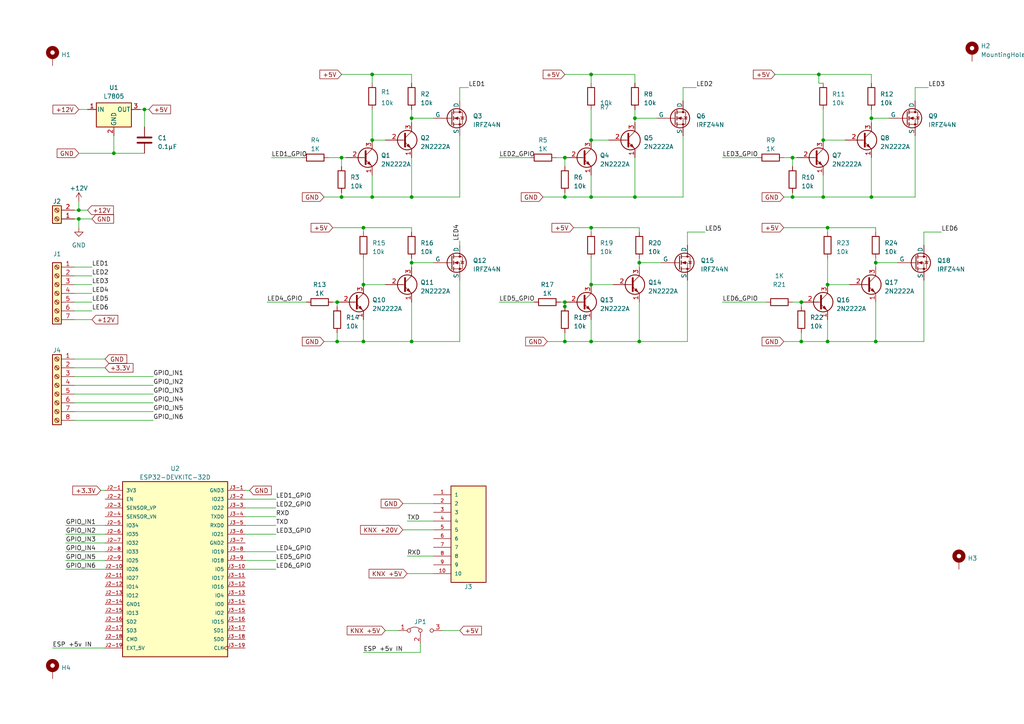
<source format=kicad_sch>
(kicad_sch (version 20230121) (generator eeschema)
  (paper "A4")
  (lib_symbols
    (symbol "826944-5:826944-5" (pin_names (offset 1.016))
      (property "Reference" "J" (at -5.58 15.24 0))
      (property "Value" "826944-5" (at -5.08 -15.24 0))
      (symbol "826944-5_0_0"
        (pin passive line (at -10.16 12.7 0) (length 5.08) (name "1") (number "1"))
        (pin passive line (at -10.16 -10.16 0) (length 5.08) (name "10") (number "10"))
        (pin passive line (at -10.16 10.16 0) (length 5.08) (name "2") (number "2"))
        (pin passive line (at -10.16 7.62 0) (length 5.08) (name "3") (number "3"))
        (pin passive line (at -10.16 5.08 0) (length 5.08) (name "4") (number "4"))
        (pin passive line (at -10.16 2.54 0) (length 5.08) (name "5") (number "5"))
        (pin passive line (at -10.16 0 0) (length 5.08) (name "6") (number "6"))
        (pin passive line (at -10.16 -2.54 0) (length 5.08) (name "7") (number "7"))
        (pin passive line (at -10.16 -5.08 0) (length 5.08) (name "8") (number "8"))
        (pin passive line (at -10.16 -7.62 0) (length 5.08) (name "9") (number "9"))
      )
    )
    (symbol "Connector:Screw_Terminal_01x02" (pin_names (offset 1.016) hide)
      (property "Reference" "J" (at 0 2.54 0))
      (property "Value" "Screw_Terminal_01x02" (at 0 -5.08 0))
      (symbol "Screw_Terminal_01x02_1_1"
        (pin passive line (at -5.08 0 0) (length 3.81) (name "Pin_1") (number "1"))
        (pin passive line (at -5.08 -2.54 0) (length 3.81) (name "Pin_2") (number "2"))
      )
    )
    (symbol "Connector:Screw_Terminal_01x07" (pin_names (offset 1.016) hide)
      (property "Reference" "J1" (at -1.27 -11.43 0))
      (symbol "Screw_Terminal_01x07_1_1"
        (pin passive line (at -5.08 -7.62 0) (length 3.81) (name "Pin_1") (number "1"))
        (pin passive line (at -5.08 -5.08 0) (length 3.81) (name "Pin_2") (number "2"))
        (pin passive line (at -5.08 -2.54 0) (length 3.81) (name "Pin_4") (number "3"))
        (pin passive line (at -5.08 0 0) (length 3.81) (name "Pin_4") (number "4"))
        (pin passive line (at -5.08 2.54 0) (length 3.81) (name "Pin_5") (number "5"))
        (pin passive line (at -5.08 5.08 0) (length 3.81) (name "Pin_6") (number "6"))
        (pin passive line (at -5.08 7.62 0) (length 3.81) (name "Pin_7") (number "7"))
      )
    )
    (symbol "Connector:Screw_Terminal_01x08" (pin_names (offset 1.016) hide)
      (property "Reference" "J4" (at 0 -12.7 0))
      (symbol "Screw_Terminal_01x08_1_1"
        (pin passive line (at -5.08 -10.16 0) (length 3.81) (name "Pin_1") (number "1"))
        (pin passive line (at -5.08 -7.62 0) (length 3.81) (name "Pin_2") (number "2"))
        (pin passive line (at -5.08 -5.08 0) (length 3.81) (name "Pin_3") (number "3"))
        (pin passive line (at -5.08 -2.54 0) (length 3.81) (name "Pin_4") (number "4"))
        (pin passive line (at -5.08 0 0) (length 3.81) (name "Pin_5") (number "5"))
        (pin passive line (at -5.08 2.54 0) (length 3.81) (name "Pin_6") (number "6"))
        (pin passive line (at -5.08 5.08 0) (length 3.81) (name "Pin_7") (number "7"))
        (pin passive line (at -5.08 7.62 0) (length 3.81) (name "Pin_8") (number "8"))
      )
    )
    (symbol "Device:C" (pin_numbers hide) (pin_names (offset 0.254))
      (property "Reference" "C" (at 0.635 2.54 0))
      (property "Value" "C" (at 0.635 -2.54 0))
      (symbol "C_1_1"
        (pin passive line (at 0 3.81 270) (length 2.794) (name "~") (number "1"))
        (pin passive line (at 0 -3.81 90) (length 2.794) (name "~") (number "2"))
      )
    )
    (symbol "Device:R" (pin_numbers hide) (pin_names (offset 0))
      (property "Reference" "R" (at 2.032 0 90))
      (property "Value" "R" (at 0 0 90))
      (symbol "R_1_1"
        (pin passive line (at 0 3.81 270) (length 1.27) (name "~") (number "1"))
        (pin passive line (at 0 -3.81 90) (length 1.27) (name "~") (number "2"))
      )
    )
    (symbol "ESP32-DEVKITC:ESP32-DEVKITC-32D" (pin_names (offset 1.016))
      (property "Reference" "U" (at -15.2572 26.0643 0))
      (property "Value" "ESP32-DEVKITC-32D" (at -15.2563 -27.9698 0))
      (symbol "ESP32-DEVKITC-32D_0_0"
        (pin power_in line (at -20.32 22.86 0) (length 5.08) (name "3V3") (number "J2-1"))
        (pin bidirectional line (at -20.32 0 0) (length 5.08) (name "IO26") (number "J2-10"))
        (pin bidirectional line (at -20.32 -2.54 0) (length 5.08) (name "IO27") (number "J2-11"))
        (pin bidirectional line (at -20.32 -5.08 0) (length 5.08) (name "IO14") (number "J2-12"))
        (pin bidirectional line (at -20.32 -7.62 0) (length 5.08) (name "IO12") (number "J2-13"))
        (pin power_in line (at -20.32 -10.16 0) (length 5.08) (name "GND1") (number "J2-14"))
        (pin bidirectional line (at -20.32 -12.7 0) (length 5.08) (name "IO13") (number "J2-15"))
        (pin bidirectional line (at -20.32 -15.24 0) (length 5.08) (name "SD2") (number "J2-16"))
        (pin bidirectional line (at -20.32 -17.78 0) (length 5.08) (name "SD3") (number "J2-17"))
        (pin bidirectional line (at -20.32 -20.32 0) (length 5.08) (name "CMD") (number "J2-18"))
        (pin power_in line (at -20.32 -22.86 0) (length 5.08) (name "EXT_5V") (number "J2-19"))
        (pin input line (at -20.32 20.32 0) (length 5.08) (name "EN") (number "J2-2"))
        (pin input line (at -20.32 17.78 0) (length 5.08) (name "SENSOR_VP") (number "J2-3"))
        (pin input line (at -20.32 15.24 0) (length 5.08) (name "SENSOR_VN") (number "J2-4"))
        (pin bidirectional line (at -20.32 12.7 0) (length 5.08) (name "IO34") (number "J2-5"))
        (pin bidirectional line (at -20.32 10.16 0) (length 5.08) (name "IO35") (number "J2-6"))
        (pin bidirectional line (at -20.32 7.62 0) (length 5.08) (name "IO32") (number "J2-7"))
        (pin bidirectional line (at -20.32 5.08 0) (length 5.08) (name "IO33") (number "J2-8"))
        (pin bidirectional line (at -20.32 2.54 0) (length 5.08) (name "IO25") (number "J2-9"))
        (pin power_in line (at 20.32 22.86 180) (length 5.08) (name "GND3") (number "J3-1"))
        (pin bidirectional line (at 20.32 0 180) (length 5.08) (name "IO5") (number "J3-10"))
        (pin bidirectional line (at 20.32 -2.54 180) (length 5.08) (name "IO17") (number "J3-11"))
        (pin bidirectional line (at 20.32 -5.08 180) (length 5.08) (name "IO16") (number "J3-12"))
        (pin bidirectional line (at 20.32 -7.62 180) (length 5.08) (name "IO4") (number "J3-13"))
        (pin bidirectional line (at 20.32 -10.16 180) (length 5.08) (name "IO0") (number "J3-14"))
        (pin bidirectional line (at 20.32 -12.7 180) (length 5.08) (name "IO2") (number "J3-15"))
        (pin bidirectional line (at 20.32 -15.24 180) (length 5.08) (name "IO15") (number "J3-16"))
        (pin bidirectional line (at 20.32 -17.78 180) (length 5.08) (name "SD1") (number "J3-17"))
        (pin bidirectional line (at 20.32 -20.32 180) (length 5.08) (name "SD0") (number "J3-18"))
        (pin input clock (at 20.32 -22.86 180) (length 5.08) (name "CLK") (number "J3-19"))
        (pin bidirectional line (at 20.32 20.32 180) (length 5.08) (name "IO23") (number "J3-2"))
        (pin bidirectional line (at 20.32 17.78 180) (length 5.08) (name "IO22") (number "J3-3"))
        (pin output line (at 20.32 15.24 180) (length 5.08) (name "TXD0") (number "J3-4"))
        (pin input line (at 20.32 12.7 180) (length 5.08) (name "RXD0") (number "J3-5"))
        (pin bidirectional line (at 20.32 10.16 180) (length 5.08) (name "IO21") (number "J3-6"))
        (pin power_in line (at 20.32 7.62 180) (length 5.08) (name "GND2") (number "J3-7"))
        (pin bidirectional line (at 20.32 5.08 180) (length 5.08) (name "IO19") (number "J3-8"))
        (pin bidirectional line (at 20.32 2.54 180) (length 5.08) (name "IO18") (number "J3-9"))
      )
    )
    (symbol "Jumper:Jumper_3_Bridged12" (pin_names (offset 0) hide)
      (property "Reference" "JP" (at -2.54 -2.54 0))
      (property "Value" "Jumper_3_Bridged12" (at 0 2.794 0))
      (symbol "Jumper_3_Bridged12_1_1"
        (pin passive line (at -6.35 0 0) (length 2.54) (name "A") (number "1"))
        (pin passive line (at 0 -3.81 90) (length 2.54) (name "C") (number "2"))
        (pin passive line (at 6.35 0 180) (length 2.54) (name "B") (number "3"))
      )
    )
    (symbol "Mechanical:MountingHole_Pad" (pin_numbers hide) (pin_names (offset 1.016) hide)
      (property "Reference" "H" (at 0 6.35 0))
      (property "Value" "MountingHole_Pad" (at 0 4.445 0))
      (symbol "MountingHole_Pad_1_1"
        (pin input line (at 0 -2.54 90) (length 2.54) (name "1") (number "1"))
      )
    )
    (symbol "NMOS_1" (pin_numbers hide) (pin_names (offset 0))
      (property "Reference" "Q3" (at 6.35 0.635 0))
      (property "Value" "IRFZ44N" (at 6.35 -1.905 0))
      (symbol "NMOS_1_1_1"
        (pin input line (at -5.08 0 0) (length 2.54) (name "G") (number "1"))
        (pin passive line (at 2.54 5.08 270) (length 2.54) (name "D") (number "2"))
        (pin passive line (at 2.54 -5.08 90) (length 2.54) (name "S") (number "3"))
      )
    )
    (symbol "NMOS_2" (pin_numbers hide) (pin_names (offset 0))
      (property "Reference" "Q6" (at 6.35 0.635 0))
      (property "Value" "IRFZ44N" (at 6.35 -1.905 0))
      (symbol "NMOS_2_1_1"
        (pin input line (at -5.08 0 0) (length 2.54) (name "G") (number "1"))
        (pin passive line (at 2.54 5.08 270) (length 2.54) (name "D") (number "2"))
        (pin passive line (at 2.54 -5.08 90) (length 2.54) (name "S") (number "3"))
      )
    )
    (symbol "NMOS_3" (pin_numbers hide) (pin_names (offset 0))
      (property "Reference" "Q9" (at 6.35 0.635 0))
      (property "Value" "IRFZ44N" (at 6.35 -1.905 0))
      (symbol "NMOS_3_1_1"
        (pin input line (at -5.08 0 0) (length 2.54) (name "G") (number "1"))
        (pin passive line (at 2.54 5.08 270) (length 2.54) (name "D") (number "2"))
        (pin passive line (at 2.54 -5.08 90) (length 2.54) (name "S") (number "3"))
      )
    )
    (symbol "NMOS_4" (pin_numbers hide) (pin_names (offset 0))
      (property "Reference" "Q12" (at 6.35 0.635 0))
      (property "Value" "IRFZ44N" (at 6.35 -1.905 0))
      (symbol "NMOS_4_1_1"
        (pin input line (at -5.08 0 0) (length 2.54) (name "G") (number "1"))
        (pin passive line (at 2.54 5.08 270) (length 2.54) (name "D") (number "2"))
        (pin passive line (at 2.54 -5.08 90) (length 2.54) (name "S") (number "3"))
      )
    )
    (symbol "NMOS_5" (pin_numbers hide) (pin_names (offset 0))
      (property "Reference" "Q15" (at 6.35 0.635 0))
      (property "Value" "IRFZ44N" (at 6.35 -1.905 0))
      (symbol "NMOS_5_1_1"
        (pin input line (at -5.08 0 0) (length 2.54) (name "G") (number "1"))
        (pin passive line (at 2.54 5.08 270) (length 2.54) (name "D") (number "2"))
        (pin passive line (at 2.54 -5.08 90) (length 2.54) (name "S") (number "3"))
      )
    )
    (symbol "Regulator_Linear:L7805" (pin_names (offset 0.254))
      (property "Reference" "U" (at -3.81 3.175 0))
      (property "Value" "L7805" (at 0 3.175 0))
      (symbol "L7805_1_1"
        (pin power_in line (at -7.62 0 0) (length 2.54) (name "IN") (number "1"))
        (pin power_in line (at 0 -7.62 90) (length 2.54) (name "GND") (number "2"))
        (pin power_out line (at 7.62 0 180) (length 2.54) (name "OUT") (number "3"))
      )
    )
    (symbol "Simulation_SPICE:NMOS" (pin_numbers hide) (pin_names (offset 0))
      (property "Reference" "Q18" (at 6.35 0.635 0))
      (property "Value" "IRFZ44N" (at 6.35 -1.905 0))
      (symbol "NMOS_1_1"
        (pin input line (at -5.08 0 0) (length 2.54) (name "G") (number "1"))
        (pin passive line (at 2.54 5.08 270) (length 2.54) (name "D") (number "2"))
        (pin passive line (at 2.54 -5.08 90) (length 2.54) (name "S") (number "3"))
      )
    )
    (symbol "Transistor_BJT:PN2222A" (pin_names (offset 0) hide)
      (property "Reference" "Q" (at 5.08 1.905 0))
      (property "Value" "PN2222A" (at 5.08 0 0))
      (symbol "PN2222A_1_1"
        (pin passive line (at 2.54 -5.08 90) (length 2.54) (name "E") (number "1"))
        (pin input line (at -5.08 0 0) (length 5.08) (name "B") (number "2"))
        (pin passive line (at 2.54 5.08 270) (length 2.54) (name "C") (number "3"))
      )
    )
    (symbol "power:+12V" (power) (pin_names (offset 0))
      (property "Value" "+12V" (at 0 3.556 0))
      (symbol "+12V_1_1"
        (pin power_in line (at 0 0 90) (length 0) hide (name "+12V") (number "1"))
      )
    )
    (symbol "power:GND" (power) (pin_names (offset 0))
      (property "Value" "GND" (at 0 -3.81 0))
      (symbol "GND_1_1"
        (pin power_in line (at 0 0 270) (length 0) hide (name "GND") (number "1"))
      )
    )
  )
  (junction (at 41.91 31.75))
  (junction (at 163.83 87.63))
  (junction (at 22.86 60.96))
  (junction (at 107.95 40.64))
  (junction (at 163.83 88.9))
  (junction (at 184.15 34.29))
  (junction (at 252.73 34.29))
  (junction (at 163.83 45.72))
  (junction (at 105.41 82.55))
  (junction (at 99.06 45.72))
  (junction (at 97.79 87.63))
  (junction (at 163.83 57.15))
  (junction (at 171.45 21.59))
  (junction (at 240.03 66.04))
  (junction (at 232.41 87.63))
  (junction (at 171.45 66.04))
  (junction (at 97.79 99.06))
  (junction (at 254 76.2))
  (junction (at 185.42 99.06))
  (junction (at 163.83 99.06))
  (junction (at 22.86 63.5))
  (junction (at 119.38 57.15))
  (junction (at 105.41 66.04))
  (junction (at 229.87 45.72))
  (junction (at 252.73 57.15))
  (junction (at 238.76 40.64))
  (junction (at 119.38 99.06))
  (junction (at 237.49 21.59))
  (junction (at 171.45 40.64))
  (junction (at 107.95 57.15))
  (junction (at 171.45 57.15))
  (junction (at 240.03 82.55))
  (junction (at 171.45 99.06))
  (junction (at 232.41 99.06))
  (junction (at 254 99.06))
  (junction (at 229.87 57.15))
  (junction (at 184.15 57.15))
  (junction (at 99.06 57.15))
  (junction (at 171.45 82.55))
  (junction (at 33.02 44.45))
  (junction (at 107.95 21.59))
  (junction (at 185.42 76.2))
  (junction (at 105.41 99.06))
  (junction (at 238.76 57.15))
  (junction (at 119.38 34.29))
  (junction (at 240.03 99.06))
  (junction (at 119.38 76.2))
  (wire (pts (xy 199.39 67.31) (xy 204.47 67.31)))
  (wire (pts (xy 252.73 31.75) (xy 252.73 34.29)))
  (wire (pts (xy 163.83 87.63) (xy 163.83 88.9)))
  (wire (pts (xy 133.35 69.85) (xy 133.35 71.12)))
  (wire (pts (xy 209.55 45.72) (xy 219.71 45.72)))
  (wire (pts (xy 240.03 82.55) (xy 246.38 82.55)))
  (wire (pts (xy 21.59 60.96) (xy 22.86 60.96)))
  (wire (pts (xy 185.42 76.2) (xy 185.42 74.93)))
  (wire (pts (xy 21.59 80.01) (xy 26.67 80.01)))
  (wire (pts (xy 107.95 40.64) (xy 111.76 40.64)))
  (wire (pts (xy 252.73 34.29) (xy 252.73 35.56)))
  (wire (pts (xy 99.06 21.59) (xy 107.95 21.59)))
  (wire (pts (xy 144.78 87.63) (xy 154.94 87.63)))
  (wire (pts (xy 237.49 21.59) (xy 252.73 21.59)))
  (wire (pts (xy 99.06 57.15) (xy 107.95 57.15)))
  (wire (pts (xy 21.59 116.84) (xy 44.45 116.84)))
  (wire (pts (xy 171.45 40.64) (xy 176.53 40.64)))
  (wire (pts (xy 184.15 57.15) (xy 184.15 45.72)))
  (wire (pts (xy 222.25 87.63) (xy 209.55 87.63)))
  (wire (pts (xy 184.15 21.59) (xy 171.45 21.59)))
  (wire (pts (xy 163.83 99.06) (xy 171.45 99.06)))
  (wire (pts (xy 41.91 31.75) (xy 43.18 31.75)))
  (wire (pts (xy 229.87 45.72) (xy 229.87 48.26)))
  (wire (pts (xy 96.52 87.63) (xy 97.79 87.63)))
  (wire (pts (xy 71.12 165.1) (xy 80.01 165.1)))
  (wire (pts (xy 119.38 21.59) (xy 119.38 24.13)))
  (wire (pts (xy 21.59 87.63) (xy 26.67 87.63)))
  (wire (pts (xy 171.45 31.75) (xy 171.45 40.64)))
  (wire (pts (xy 144.78 45.72) (xy 153.67 45.72)))
  (wire (pts (xy 232.41 99.06) (xy 240.03 99.06)))
  (wire (pts (xy 231.14 45.72) (xy 229.87 45.72)))
  (wire (pts (xy 21.59 82.55) (xy 26.67 82.55)))
  (wire (pts (xy 93.98 99.06) (xy 97.79 99.06)))
  (wire (pts (xy 238.76 57.15) (xy 252.73 57.15)))
  (wire (pts (xy 71.12 144.78) (xy 80.01 144.78)))
  (wire (pts (xy 163.83 96.52) (xy 163.83 99.06)))
  (wire (pts (xy 166.37 66.04) (xy 171.45 66.04)))
  (wire (pts (xy 240.03 74.93) (xy 240.03 82.55)))
  (wire (pts (xy 119.38 76.2) (xy 119.38 77.47)))
  (wire (pts (xy 19.05 160.02) (xy 30.48 160.02)))
  (wire (pts (xy 252.73 57.15) (xy 252.73 45.72)))
  (wire (pts (xy 267.97 67.31) (xy 267.97 71.12)))
  (wire (pts (xy 163.83 21.59) (xy 171.45 21.59)))
  (wire (pts (xy 238.76 57.15) (xy 238.76 50.8)))
  (wire (pts (xy 29.21 142.24) (xy 30.48 142.24)))
  (wire (pts (xy 119.38 99.06) (xy 119.38 87.63)))
  (wire (pts (xy 267.97 81.28) (xy 267.97 99.06)))
  (wire (pts (xy 21.59 114.3) (xy 44.45 114.3)))
  (wire (pts (xy 254 66.04) (xy 240.03 66.04)))
  (wire (pts (xy 119.38 21.59) (xy 107.95 21.59)))
  (wire (pts (xy 88.9 87.63) (xy 77.47 87.63)))
  (wire (pts (xy 237.49 21.59) (xy 237.49 24.13)))
  (wire (pts (xy 135.89 25.4) (xy 133.35 25.4)))
  (wire (pts (xy 119.38 34.29) (xy 119.38 35.56)))
  (wire (pts (xy 119.38 99.06) (xy 133.35 99.06)))
  (wire (pts (xy 41.91 31.75) (xy 41.91 36.83)))
  (wire (pts (xy 22.86 63.5) (xy 26.67 63.5)))
  (wire (pts (xy 99.06 45.72) (xy 99.06 48.26)))
  (wire (pts (xy 118.11 151.13) (xy 125.73 151.13)))
  (wire (pts (xy 190.5 34.29) (xy 184.15 34.29)))
  (wire (pts (xy 105.41 99.06) (xy 119.38 99.06)))
  (wire (pts (xy 107.95 57.15) (xy 107.95 50.8)))
  (wire (pts (xy 232.41 96.52) (xy 232.41 99.06)))
  (wire (pts (xy 257.81 34.29) (xy 252.73 34.29)))
  (wire (pts (xy 163.83 45.72) (xy 163.83 48.26)))
  (wire (pts (xy 71.12 147.32) (xy 80.01 147.32)))
  (wire (pts (xy 21.59 119.38) (xy 44.45 119.38)))
  (wire (pts (xy 267.97 67.31) (xy 273.05 67.31)))
  (wire (pts (xy 71.12 152.4) (xy 80.01 152.4)))
  (wire (pts (xy 185.42 99.06) (xy 199.39 99.06)))
  (wire (pts (xy 240.03 99.06) (xy 254 99.06)))
  (wire (pts (xy 198.12 25.4) (xy 201.93 25.4)))
  (wire (pts (xy 229.87 55.88) (xy 229.87 57.15)))
  (wire (pts (xy 157.48 57.15) (xy 163.83 57.15)))
  (wire (pts (xy 19.05 154.94) (xy 30.48 154.94)))
  (wire (pts (xy 227.33 45.72) (xy 229.87 45.72)))
  (wire (pts (xy 161.29 45.72) (xy 163.83 45.72)))
  (wire (pts (xy 171.45 21.59) (xy 171.45 24.13)))
  (wire (pts (xy 128.27 182.88) (xy 133.35 182.88)))
  (wire (pts (xy 185.42 76.2) (xy 191.77 76.2)))
  (wire (pts (xy 105.41 99.06) (xy 105.41 92.71)))
  (wire (pts (xy 158.75 99.06) (xy 163.83 99.06)))
  (wire (pts (xy 125.73 146.05) (xy 116.84 146.05)))
  (wire (pts (xy 22.86 44.45) (xy 33.02 44.45)))
  (wire (pts (xy 22.86 60.96) (xy 25.4 60.96)))
  (wire (pts (xy 162.56 87.63) (xy 163.83 87.63)))
  (wire (pts (xy 21.59 106.68) (xy 30.48 106.68)))
  (wire (pts (xy 265.43 25.4) (xy 265.43 29.21)))
  (wire (pts (xy 121.92 189.23) (xy 121.92 186.69)))
  (wire (pts (xy 71.12 142.24) (xy 72.39 142.24)))
  (wire (pts (xy 71.12 162.56) (xy 80.01 162.56)))
  (wire (pts (xy 19.05 157.48) (xy 30.48 157.48)))
  (wire (pts (xy 254 99.06) (xy 267.97 99.06)))
  (wire (pts (xy 21.59 63.5) (xy 22.86 63.5)))
  (wire (pts (xy 71.12 149.86) (xy 80.01 149.86)))
  (wire (pts (xy 185.42 76.2) (xy 185.42 77.47)))
  (wire (pts (xy 41.91 44.45) (xy 33.02 44.45)))
  (wire (pts (xy 125.73 76.2) (xy 119.38 76.2)))
  (wire (pts (xy 105.41 189.23) (xy 121.92 189.23)))
  (wire (pts (xy 185.42 66.04) (xy 185.42 67.31)))
  (wire (pts (xy 184.15 57.15) (xy 171.45 57.15)))
  (wire (pts (xy 252.73 57.15) (xy 265.43 57.15)))
  (wire (pts (xy 238.76 40.64) (xy 245.11 40.64)))
  (wire (pts (xy 184.15 21.59) (xy 184.15 24.13)))
  (wire (pts (xy 71.12 160.02) (xy 80.01 160.02)))
  (wire (pts (xy 171.45 99.06) (xy 185.42 99.06)))
  (wire (pts (xy 163.83 90.17) (xy 163.83 88.9)))
  (wire (pts (xy 116.84 153.67) (xy 125.73 153.67)))
  (wire (pts (xy 198.12 39.37) (xy 198.12 57.15)))
  (wire (pts (xy 163.83 57.15) (xy 171.45 57.15)))
  (wire (pts (xy 71.12 154.94) (xy 80.01 154.94)))
  (wire (pts (xy 240.03 66.04) (xy 240.03 67.31)))
  (wire (pts (xy 19.05 165.1) (xy 30.48 165.1)))
  (wire (pts (xy 229.87 57.15) (xy 238.76 57.15)))
  (wire (pts (xy 237.49 24.13) (xy 238.76 24.13)))
  (wire (pts (xy 21.59 109.22) (xy 44.45 109.22)))
  (wire (pts (xy 105.41 74.93) (xy 105.41 82.55)))
  (wire (pts (xy 99.06 55.88) (xy 99.06 57.15)))
  (wire (pts (xy 119.38 74.93) (xy 119.38 76.2)))
  (wire (pts (xy 119.38 57.15) (xy 119.38 45.72)))
  (wire (pts (xy 265.43 57.15) (xy 265.43 39.37)))
  (wire (pts (xy 22.86 63.5) (xy 22.86 66.04)))
  (wire (pts (xy 171.45 99.06) (xy 171.45 92.71)))
  (wire (pts (xy 118.11 161.29) (xy 125.73 161.29)))
  (wire (pts (xy 171.45 57.15) (xy 171.45 50.8)))
  (wire (pts (xy 265.43 25.4) (xy 269.24 25.4)))
  (wire (pts (xy 163.83 55.88) (xy 163.83 57.15)))
  (wire (pts (xy 78.74 45.72) (xy 87.63 45.72)))
  (wire (pts (xy 21.59 85.09) (xy 26.67 85.09)))
  (wire (pts (xy 240.03 99.06) (xy 240.03 92.71)))
  (wire (pts (xy 105.41 66.04) (xy 105.41 67.31)))
  (wire (pts (xy 119.38 66.04) (xy 119.38 67.31)))
  (wire (pts (xy 97.79 96.52) (xy 97.79 99.06)))
  (wire (pts (xy 133.35 81.28) (xy 133.35 99.06)))
  (wire (pts (xy 171.45 82.55) (xy 177.8 82.55)))
  (wire (pts (xy 227.33 57.15) (xy 229.87 57.15)))
  (wire (pts (xy 198.12 29.21) (xy 198.12 25.4)))
  (wire (pts (xy 198.12 57.15) (xy 184.15 57.15)))
  (wire (pts (xy 119.38 57.15) (xy 133.35 57.15)))
  (wire (pts (xy 119.38 31.75) (xy 119.38 34.29)))
  (wire (pts (xy 21.59 92.71) (xy 26.67 92.71)))
  (wire (pts (xy 93.98 57.15) (xy 99.06 57.15)))
  (wire (pts (xy 171.45 66.04) (xy 171.45 67.31)))
  (wire (pts (xy 224.79 21.59) (xy 237.49 21.59)))
  (wire (pts (xy 118.11 166.37) (xy 125.73 166.37)))
  (wire (pts (xy 22.86 31.75) (xy 25.4 31.75)))
  (wire (pts (xy 105.41 66.04) (xy 119.38 66.04)))
  (wire (pts (xy 95.25 45.72) (xy 99.06 45.72)))
  (wire (pts (xy 260.35 76.2) (xy 254 76.2)))
  (wire (pts (xy 254 76.2) (xy 254 77.47)))
  (wire (pts (xy 107.95 31.75) (xy 107.95 40.64)))
  (wire (pts (xy 105.41 82.55) (xy 111.76 82.55)))
  (wire (pts (xy 254 66.04) (xy 254 67.31)))
  (wire (pts (xy 96.52 66.04) (xy 105.41 66.04)))
  (wire (pts (xy 107.95 57.15) (xy 119.38 57.15)))
  (wire (pts (xy 184.15 31.75) (xy 184.15 34.29)))
  (wire (pts (xy 19.05 152.4) (xy 30.48 152.4)))
  (wire (pts (xy 97.79 87.63) (xy 97.79 88.9)))
  (wire (pts (xy 133.35 39.37) (xy 133.35 57.15)))
  (wire (pts (xy 227.33 99.06) (xy 232.41 99.06)))
  (wire (pts (xy 254 74.93) (xy 254 76.2)))
  (wire (pts (xy 22.86 58.42) (xy 22.86 60.96)))
  (wire (pts (xy 21.59 111.76) (xy 44.45 111.76)))
  (wire (pts (xy 185.42 66.04) (xy 171.45 66.04)))
  (wire (pts (xy 19.05 162.56) (xy 30.48 162.56)))
  (wire (pts (xy 40.64 31.75) (xy 41.91 31.75)))
  (wire (pts (xy 184.15 34.29) (xy 184.15 35.56)))
  (wire (pts (xy 238.76 31.75) (xy 238.76 40.64)))
  (wire (pts (xy 199.39 81.28) (xy 199.39 99.06)))
  (wire (pts (xy 185.42 99.06) (xy 185.42 87.63)))
  (wire (pts (xy 21.59 121.92) (xy 44.45 121.92)))
  (wire (pts (xy 21.59 104.14) (xy 30.48 104.14)))
  (wire (pts (xy 133.35 25.4) (xy 133.35 29.21)))
  (wire (pts (xy 21.59 90.17) (xy 26.67 90.17)))
  (wire (pts (xy 232.41 87.63) (xy 232.41 88.9)))
  (wire (pts (xy 227.33 66.04) (xy 240.03 66.04)))
  (wire (pts (xy 21.59 77.47) (xy 26.67 77.47)))
  (wire (pts (xy 199.39 67.31) (xy 199.39 71.12)))
  (wire (pts (xy 229.87 87.63) (xy 232.41 87.63)))
  (wire (pts (xy 254 99.06) (xy 254 87.63)))
  (wire (pts (xy 15.24 187.96) (xy 30.48 187.96)))
  (wire (pts (xy 99.06 45.72) (xy 100.33 45.72)))
  (wire (pts (xy 111.76 182.88) (xy 115.57 182.88)))
  (wire (pts (xy 107.95 21.59) (xy 107.95 24.13)))
  (wire (pts (xy 125.73 34.29) (xy 119.38 34.29)))
  (wire (pts (xy 171.45 74.93) (xy 171.45 82.55)))
  (wire (pts (xy 252.73 21.59) (xy 252.73 24.13)))
  (wire (pts (xy 33.02 39.37) (xy 33.02 44.45)))
  (wire (pts (xy 97.79 99.06) (xy 105.41 99.06)))
  (label "GPIO_IN1" (at 44.45 109.22 0))
  (label "LED2" (at 201.93 25.4 0))
  (label "LED2_GPIO" (at 80.01 147.32 0))
  (label "GPIO_IN3" (at 19.05 157.48 0))
  (label "TXD" (at 118.11 151.13 0))
  (label "LED6_GPIO" (at 209.55 87.63 0))
  (label "LED5" (at 204.47 67.31 0))
  (label "LED1" (at 26.67 77.47 0))
  (label "LED2_GPIO" (at 144.78 45.72 0))
  (label "LED6" (at 26.67 90.17 0))
  (label "LED5_GPIO" (at 80.01 162.56 0))
  (label "LED1_GPIO" (at 78.74 45.72 0))
  (label "LED1_GPIO" (at 80.01 144.78 0))
  (label "LED3_GPIO" (at 80.01 154.94 0))
  (label "GPIO_IN2" (at 44.45 111.76 0))
  (label "TXD" (at 80.01 152.4 0))
  (label "GPIO_IN4" (at 44.45 116.84 0))
  (label "RXD" (at 80.01 149.86 0))
  (label "LED5" (at 26.67 87.63 0))
  (label "GPIO_IN3" (at 44.45 114.3 0))
  (label "LED4" (at 26.67 85.09 0))
  (label "ESP +5v IN" (at 15.24 187.96 0))
  (label "LED6_GPIO" (at 80.01 165.1 0))
  (label "LED4_GPIO" (at 80.01 160.02 0))
  (label "LED5_GPIO" (at 144.78 87.63 0))
  (label "LED3" (at 26.67 82.55 0))
  (label "LED6" (at 273.05 67.31 0))
  (label "GPIO_IN1" (at 19.05 152.4 0))
  (label "LED2" (at 26.67 80.01 0))
  (label "ESP +5v IN" (at 105.41 189.23 0))
  (label "GPIO_IN2" (at 19.05 154.94 0))
  (label "GPIO_IN5" (at 44.45 119.38 0))
  (label "LED4_GPIO" (at 77.47 87.63 0))
  (label "GPIO_IN5" (at 19.05 162.56 0))
  (label "LED3_GPIO" (at 209.55 45.72 0))
  (label "LED1" (at 135.89 25.4 0))
  (label "LED4" (at 133.35 69.85 90))
  (label "GPIO_IN6" (at 19.05 165.1 0))
  (label "GPIO_IN4" (at 19.05 160.02 0))
  (label "RXD" (at 118.11 161.29 0))
  (label "GPIO_IN6" (at 44.45 121.92 0))
  (label "LED3" (at 269.24 25.4 0))
  (global_label "GND" (shape input) (at 26.67 63.5 0) (property "Intersheetrefs" "${INTERSHEET_REFS}" (effects hide)))
  (global_label "GND" (shape input) (at 227.33 57.15 180) (property "Intersheetrefs" "${INTERSHEET_REFS}" (effects hide)))
  (global_label "+5V" (shape input) (at 163.83 21.59 180) (property "Intersheetrefs" "${INTERSHEET_REFS}" (effects hide)))
  (global_label "+3.3V" (shape input) (at 30.48 106.68 0) (property "Intersheetrefs" "${INTERSHEET_REFS}" (effects hide)))
  (global_label "KNX +20V" (shape input) (at 116.84 153.67 180) (property "Intersheetrefs" "${INTERSHEET_REFS}" (effects hide)))
  (global_label "+12V" (shape input) (at 25.4 60.96 0) (property "Intersheetrefs" "${INTERSHEET_REFS}" (effects hide)))
  (global_label "KNX +5V" (shape input) (at 111.76 182.88 180) (property "Intersheetrefs" "${INTERSHEET_REFS}" (effects hide)))
  (global_label "+12V" (shape input) (at 26.67 92.71 0) (property "Intersheetrefs" "${INTERSHEET_REFS}" (effects hide)))
  (global_label "GND" (shape input) (at 116.84 146.05 180) (property "Intersheetrefs" "${INTERSHEET_REFS}" (effects hide)))
  (global_label "+5V" (shape input) (at 96.52 66.04 180) (property "Intersheetrefs" "${INTERSHEET_REFS}" (effects hide)))
  (global_label "GND" (shape input) (at 72.39 142.24 0) (property "Intersheetrefs" "${INTERSHEET_REFS}" (effects hide)))
  (global_label "+5V" (shape input) (at 133.35 182.88 0) (property "Intersheetrefs" "${INTERSHEET_REFS}" (effects hide)))
  (global_label "GND" (shape input) (at 22.86 44.45 180) (property "Intersheetrefs" "${INTERSHEET_REFS}" (effects hide)))
  (global_label "GND" (shape input) (at 227.33 99.06 180) (property "Intersheetrefs" "${INTERSHEET_REFS}" (effects hide)))
  (global_label "+5V" (shape input) (at 227.33 66.04 180) (property "Intersheetrefs" "${INTERSHEET_REFS}" (effects hide)))
  (global_label "KNX +5V" (shape input) (at 118.11 166.37 180) (property "Intersheetrefs" "${INTERSHEET_REFS}" (effects hide)))
  (global_label "GND" (shape input) (at 157.48 57.15 180) (property "Intersheetrefs" "${INTERSHEET_REFS}" (effects hide)))
  (global_label "+5V" (shape input) (at 166.37 66.04 180) (property "Intersheetrefs" "${INTERSHEET_REFS}" (effects hide)))
  (global_label "GND" (shape input) (at 93.98 57.15 180) (property "Intersheetrefs" "${INTERSHEET_REFS}" (effects hide)))
  (global_label "+3.3V" (shape input) (at 29.21 142.24 180) (property "Intersheetrefs" "${INTERSHEET_REFS}" (effects hide)))
  (global_label "+5V" (shape input) (at 43.18 31.75 0) (property "Intersheetrefs" "${INTERSHEET_REFS}" (effects hide)))
  (global_label "GND" (shape input) (at 30.48 104.14 0) (property "Intersheetrefs" "${INTERSHEET_REFS}" (effects hide)))
  (global_label "+5V" (shape input) (at 99.06 21.59 180) (property "Intersheetrefs" "${INTERSHEET_REFS}" (effects hide)))
  (global_label "+5V" (shape input) (at 224.79 21.59 180) (property "Intersheetrefs" "${INTERSHEET_REFS}" (effects hide)))
  (global_label "GND" (shape input) (at 158.75 99.06 180) (property "Intersheetrefs" "${INTERSHEET_REFS}" (effects hide)))
  (global_label "GND" (shape input) (at 93.98 99.06 180) (property "Intersheetrefs" "${INTERSHEET_REFS}" (effects hide)))
  (global_label "+12V" (shape input) (at 22.86 31.75 180) (property "Intersheetrefs" "${INTERSHEET_REFS}" (effects hide)))
  (symbol (lib_id "Transistor_BJT:PN2222A") (at 168.91 45.72 0) (unit 1)
    (property "Reference" "Q4" (at 173.99 45.085 0) (effects (justify left)))
    (property "Value" "2N2222A" (at 173.99 47.625 0) (effects (justify left)))
    (property "Footprint" "Package_TO_SOT_THT:TO-92_Inline" (effects hide))
    (property "Datasheet" "https://www.onsemi.com/pub/Collateral/PN2222-D.PDF" (effects hide))
  )
  (symbol (lib_name "NMOS_1") (lib_id "Simulation_SPICE:NMOS") (at 130.81 34.29 0) (unit 1)
    (property "Reference" "Q3" (at 137.16 33.655 0) (effects (justify left)))
    (property "Value" "IRFZ44N" (at 137.16 36.195 0) (effects (justify left)))
    (property "Footprint" "Package_TO_SOT_THT:TO-220-3_Vertical" (effects hide))
    (property "Datasheet" "https://ngspice.sourceforge.io/docs/ngspice-manual.pdf" (effects hide))
    (property "Sim.Device" "NMOS" (effects hide))
    (property "Sim.Type" "VDMOS" (effects hide))
    (property "Sim.Pins" "1=D 2=G 3=S" (effects hide))
  )
  (symbol (lib_id "Device:R") (at 163.83 52.07 0) (unit 1)
    (property "Reference" "R6" (at 166.37 51.435 0) (effects (justify left)))
    (property "Value" "10k" (at 166.37 53.975 0) (effects (justify left)))
    (property "Footprint" "Resistor_THT:R_Axial_DIN0411_L9.9mm_D3.6mm_P12.70mm_Horizontal" (effects hide))
  )
  (symbol (lib_id "Transistor_BJT:PN2222A") (at 102.87 87.63 0) (unit 1)
    (property "Reference" "Q10" (at 107.95 86.995 0) (effects (justify left)))
    (property "Value" "2N2222A" (at 107.95 89.535 0) (effects (justify left)))
    (property "Footprint" "Package_TO_SOT_THT:TO-92_Inline" (effects hide))
    (property "Datasheet" "https://www.onsemi.com/pub/Collateral/PN2222-D.PDF" (effects hide))
  )
  (symbol (lib_id "Connector:Screw_Terminal_01x02") (at 16.51 63.5 180) (unit 1)
    (property "Reference" "J2" (at 16.51 58.42 0))
    (property "Value" "Screw_Terminal_01x02" (effects hide))
    (property "Footprint" "TerminalBlock:TerminalBlock_Altech_AK300-2_P5.00mm" (effects hide))
  )
  (symbol (lib_id "Transistor_BJT:PN2222A") (at 250.19 40.64 0) (unit 1)
    (property "Reference" "Q8" (at 255.27 40.005 0) (effects (justify left)))
    (property "Value" "2N2222A" (at 255.27 42.545 0) (effects (justify left)))
    (property "Footprint" "Package_TO_SOT_THT:TO-92_Inline" (effects hide))
    (property "Datasheet" "https://www.onsemi.com/pub/Collateral/PN2222-D.PDF" (effects hide))
  )
  (symbol (lib_id "Device:C") (at 41.91 40.64 0) (unit 1)
    (property "Reference" "C1" (at 45.72 40.005 0) (effects (justify left)))
    (property "Value" "0.1μF" (at 45.72 42.545 0) (effects (justify left)))
    (property "Footprint" "Capacitor_THT:CP_Radial_D4.0mm_P1.50mm" (effects hide))
  )
  (symbol (lib_id "Device:R") (at 119.38 27.94 0) (unit 1)
    (property "Reference" "R2" (at 121.92 27.305 0) (effects (justify left)))
    (property "Value" "10k" (at 121.92 29.845 0) (effects (justify left)))
    (property "Footprint" "Resistor_THT:R_Axial_DIN0411_L9.9mm_D3.6mm_P12.70mm_Horizontal" (effects hide))
  )
  (symbol (lib_id "Mechanical:MountingHole_Pad") (at 15.24 16.51 0) (unit 1) (in_bom no)
    (property "Reference" "H1" (at 17.78 15.875 0) (effects (justify left)))
    (property "Value" "MountingHole_Pad" (effects hide))
    (property "Footprint" "MountingHole:MountingHole_3mm_Pad" (effects hide))
  )
  (symbol (lib_id "Device:R") (at 226.06 87.63 270) (unit 1)
    (property "Reference" "R21" (at 226.06 82.55 90))
    (property "Value" "1K" (at 226.06 80.01 90))
    (property "Footprint" "Resistor_THT:R_Axial_DIN0411_L9.9mm_D3.6mm_P12.70mm_Horizontal" (effects hide))
  )
  (symbol (lib_id "Transistor_BJT:PN2222A") (at 116.84 40.64 0) (unit 1)
    (property "Reference" "Q2" (at 121.92 40.005 0) (effects (justify left)))
    (property "Value" "2N2222A" (at 121.92 42.545 0) (effects (justify left)))
    (property "Footprint" "Package_TO_SOT_THT:TO-92_Inline" (effects hide))
    (property "Datasheet" "https://www.onsemi.com/pub/Collateral/PN2222-D.PDF" (effects hide))
  )
  (symbol (lib_id "Simulation_SPICE:NMOS") (at 265.43 76.2 0) (unit 1)
    (property "Reference" "Q18" (at 271.78 75.565 0) (effects (justify left)))
    (property "Value" "IRFZ44N" (at 271.78 78.105 0) (effects (justify left)))
    (property "Footprint" "Package_TO_SOT_THT:TO-220-3_Vertical" (effects hide))
    (property "Datasheet" "https://ngspice.sourceforge.io/docs/ngspice-manual.pdf" (effects hide))
    (property "Sim.Device" "NMOS" (effects hide))
    (property "Sim.Type" "VDMOS" (effects hide))
    (property "Sim.Pins" "1=D 2=G 3=S" (effects hide))
  )
  (symbol (lib_id "Transistor_BJT:PN2222A") (at 236.22 45.72 0) (unit 1)
    (property "Reference" "Q7" (at 241.3 45.085 0) (effects (justify left)))
    (property "Value" "2N2222A" (at 241.3 47.625 0) (effects (justify left)))
    (property "Footprint" "Package_TO_SOT_THT:TO-92_Inline" (effects hide))
    (property "Datasheet" "https://www.onsemi.com/pub/Collateral/PN2222-D.PDF" (effects hide))
  )
  (symbol (lib_id "Device:R") (at 119.38 71.12 0) (unit 1)
    (property "Reference" "R16" (at 121.92 70.485 0) (effects (justify left)))
    (property "Value" "10k" (at 121.92 73.025 0) (effects (justify left)))
    (property "Footprint" "Resistor_THT:R_Axial_DIN0411_L9.9mm_D3.6mm_P12.70mm_Horizontal" (effects hide))
  )
  (symbol (lib_id "Device:R") (at 252.73 27.94 0) (unit 1)
    (property "Reference" "R12" (at 255.27 27.305 0) (effects (justify left)))
    (property "Value" "10k" (at 255.27 29.845 0) (effects (justify left)))
    (property "Footprint" "Resistor_THT:R_Axial_DIN0411_L9.9mm_D3.6mm_P12.70mm_Horizontal" (effects hide))
  )
  (symbol (lib_id "Transistor_BJT:PN2222A") (at 116.84 82.55 0) (unit 1)
    (property "Reference" "Q11" (at 121.92 81.915 0) (effects (justify left)))
    (property "Value" "2N2222A" (at 121.92 84.455 0) (effects (justify left)))
    (property "Footprint" "Package_TO_SOT_THT:TO-92_Inline" (effects hide))
    (property "Datasheet" "https://www.onsemi.com/pub/Collateral/PN2222-D.PDF" (effects hide))
  )
  (symbol (lib_id "Device:R") (at 107.95 27.94 0) (unit 1)
    (property "Reference" "R1" (at 110.49 26.67 0) (effects (justify left)))
    (property "Value" "10k" (at 110.49 29.845 0) (effects (justify left)))
    (property "Footprint" "Resistor_THT:R_Axial_DIN0411_L9.9mm_D3.6mm_P12.70mm_Horizontal" (effects hide))
  )
  (symbol (lib_id "Mechanical:MountingHole_Pad") (at 15.24 194.31 0) (unit 1) (in_bom no)
    (property "Reference" "H4" (at 17.78 193.675 0) (effects (justify left)))
    (property "Value" "MountingHole_Pad" (effects hide))
    (property "Footprint" "MountingHole:MountingHole_3mm_Pad" (effects hide))
  )
  (symbol (lib_name "NMOS_4") (lib_id "Simulation_SPICE:NMOS") (at 130.81 76.2 0) (unit 1)
    (property "Reference" "Q12" (at 137.16 75.565 0) (effects (justify left)))
    (property "Value" "IRFZ44N" (at 137.16 78.105 0) (effects (justify left)))
    (property "Footprint" "Package_TO_SOT_THT:TO-220-3_Vertical" (effects hide))
    (property "Datasheet" "https://ngspice.sourceforge.io/docs/ngspice-manual.pdf" (effects hide))
    (property "Sim.Device" "NMOS" (effects hide))
    (property "Sim.Type" "VDMOS" (effects hide))
    (property "Sim.Pins" "1=D 2=G 3=S" (effects hide))
  )
  (symbol (lib_id "Transistor_BJT:PN2222A") (at 182.88 82.55 0) (unit 1)
    (property "Reference" "Q14" (at 187.96 81.915 0) (effects (justify left)))
    (property "Value" "2N2222A" (at 187.96 84.455 0) (effects (justify left)))
    (property "Footprint" "Package_TO_SOT_THT:TO-92_Inline" (effects hide))
    (property "Datasheet" "https://www.onsemi.com/pub/Collateral/PN2222-D.PDF" (effects hide))
  )
  (symbol (lib_id "Device:R") (at 97.79 92.71 0) (unit 1)
    (property "Reference" "R14" (at 100.33 92.075 0) (effects (justify left)))
    (property "Value" "10k" (at 100.33 94.615 0) (effects (justify left)))
    (property "Footprint" "Resistor_THT:R_Axial_DIN0411_L9.9mm_D3.6mm_P12.70mm_Horizontal" (effects hide))
  )
  (symbol (lib_id "Device:R") (at 163.83 92.71 0) (unit 1)
    (property "Reference" "R18" (at 166.37 92.075 0) (effects (justify left)))
    (property "Value" "10k" (at 166.37 94.615 0) (effects (justify left)))
    (property "Footprint" "Resistor_THT:R_Axial_DIN0411_L9.9mm_D3.6mm_P12.70mm_Horizontal" (effects hide))
  )
  (symbol (lib_id "Transistor_BJT:PN2222A") (at 237.49 87.63 0) (unit 1)
    (property "Reference" "Q16" (at 242.57 86.995 0) (effects (justify left)))
    (property "Value" "2N2222A" (at 242.57 89.535 0) (effects (justify left)))
    (property "Footprint" "Package_TO_SOT_THT:TO-92_Inline" (effects hide))
    (property "Datasheet" "https://www.onsemi.com/pub/Collateral/PN2222-D.PDF" (effects hide))
  )
  (symbol (lib_id "Device:R") (at 92.71 87.63 270) (unit 1)
    (property "Reference" "R13" (at 92.71 82.55 90))
    (property "Value" "1K" (at 92.71 85.09 90))
    (property "Footprint" "Resistor_THT:R_Axial_DIN0411_L9.9mm_D3.6mm_P12.70mm_Horizontal" (effects hide))
  )
  (symbol (lib_id "Transistor_BJT:PN2222A") (at 181.61 40.64 0) (unit 1)
    (property "Reference" "Q5" (at 186.69 40.005 0) (effects (justify left)))
    (property "Value" "2N2222A" (at 186.69 42.545 0) (effects (justify left)))
    (property "Footprint" "Package_TO_SOT_THT:TO-92_Inline" (effects hide))
    (property "Datasheet" "https://www.onsemi.com/pub/Collateral/PN2222-D.PDF" (effects hide))
  )
  (symbol (lib_id "Transistor_BJT:PN2222A") (at 105.41 45.72 0) (unit 1)
    (property "Reference" "Q1" (at 110.49 45.085 0) (effects (justify left)))
    (property "Value" "2N2222A" (at 110.49 47.625 0) (effects (justify left)))
    (property "Footprint" "Package_TO_SOT_THT:TO-92_Inline" (effects hide))
    (property "Datasheet" "https://www.onsemi.com/pub/Collateral/PN2222-D.PDF" (effects hide))
  )
  (symbol (lib_id "Device:R") (at 254 71.12 0) (unit 1)
    (property "Reference" "R24" (at 256.54 70.485 0) (effects (justify left)))
    (property "Value" "10k" (at 256.54 73.025 0) (effects (justify left)))
    (property "Footprint" "Resistor_THT:R_Axial_DIN0411_L9.9mm_D3.6mm_P12.70mm_Horizontal" (effects hide))
  )
  (symbol (lib_id "826944-5:826944-5") (at 135.89 156.21 0) (unit 1)
    (property "Reference" "J3" (at 134.62 170.18 0) (effects (justify left)))
    (property "Value" "KNX-IN" (effects hide))
    (property "Footprint" "Connector_PinHeader_2.54mm:PinHeader_2x05_P2.54mm_Vertical" (effects hide))
    (property "Product_Type" "Connector" (effects hide))
    (property "Comment" "826944-5" (effects hide))
    (property "EU_RoHS_Compliance" "Compliant" (effects hide))
    (property "Centerline_Pitch" "2.54 mm[.1 in]" (effects hide))
    (property "Number_of_Positions" "10" (effects hide))
    (property "Doku Module" "https://www.konnekting.de/konnekting-lernen/l1-knx-mit-arduino/" (effects hide))
  )
  (symbol (lib_id "Device:R") (at 171.45 71.12 0) (unit 1)
    (property "Reference" "R19" (at 173.99 70.485 0) (effects (justify left)))
    (property "Value" "10k" (at 173.99 73.025 0) (effects (justify left)))
    (property "Footprint" "Resistor_THT:R_Axial_DIN0411_L9.9mm_D3.6mm_P12.70mm_Horizontal" (effects hide))
  )
  (symbol (lib_id "ESP32-DEVKITC:ESP32-DEVKITC-32D") (at 50.8 165.1 0) (unit 1)
    (property "Reference" "U2" (at 50.8 135.89 0))
    (property "Value" "ESP32-DEVKITC-32D" (at 50.8 138.43 0))
    (property "Footprint" "MODULE_ESP32-DEVKITC-32D" (effects hide))
    (property "MANUFACTURER" "Espressif Systems" (effects hide))
    (property "PARTREV" "V4" (effects hide))
    (property "STANDARD" "Manufacturer Recommendations" (effects hide))
    (property "SNAPEDA_PN" "ESP32-DEVKITC-32D" (effects hide))
    (property "MAXIMUM_PACKAGE_HEIGHT" "N/A" (effects hide))
  )
  (symbol (lib_id "Regulator_Linear:L7805") (at 33.02 31.75 0) (unit 1)
    (property "Reference" "U1" (at 33.02 25.4 0))
    (property "Value" "L7805" (at 33.02 27.94 0))
    (property "Footprint" "Package_TO_SOT_THT:TO-220-3_Vertical" (effects hide))
    (property "Datasheet" "http://www.st.com/content/ccc/resource/technical/document/datasheet/41/4f/b3/b0/12/d4/47/88/CD00000444.pdf/files/CD00000444.pdf/jcr:content/translations/en.CD00000444.pdf" (effects hide))
  )
  (symbol (lib_id "Device:R") (at 171.45 27.94 0) (unit 1)
    (property "Reference" "R7" (at 173.99 31.115 0) (effects (justify left)))
    (property "Value" "10k" (at 173.99 29.845 0) (effects (justify left)))
    (property "Footprint" "Resistor_THT:R_Axial_DIN0411_L9.9mm_D3.6mm_P12.70mm_Horizontal" (effects hide))
  )
  (symbol (lib_id "Device:R") (at 91.44 45.72 270) (unit 1)
    (property "Reference" "R4" (at 91.44 40.64 90))
    (property "Value" "1K" (at 91.44 43.18 90))
    (property "Footprint" "Resistor_THT:R_Axial_DIN0411_L9.9mm_D3.6mm_P12.70mm_Horizontal" (effects hide))
  )
  (symbol (lib_id "Device:R") (at 229.87 52.07 0) (unit 1)
    (property "Reference" "R10" (at 232.41 51.435 0) (effects (justify left)))
    (property "Value" "10k" (at 232.41 53.975 0) (effects (justify left)))
    (property "Footprint" "Resistor_THT:R_Axial_DIN0411_L9.9mm_D3.6mm_P12.70mm_Horizontal" (effects hide))
  )
  (symbol (lib_name "NMOS_5") (lib_id "Simulation_SPICE:NMOS") (at 196.85 76.2 0) (unit 1)
    (property "Reference" "Q15" (at 203.2 75.565 0) (effects (justify left)))
    (property "Value" "IRFZ44N" (at 203.2 78.105 0) (effects (justify left)))
    (property "Footprint" "Package_TO_SOT_THT:TO-220-3_Vertical" (effects hide))
    (property "Datasheet" "https://ngspice.sourceforge.io/docs/ngspice-manual.pdf" (effects hide))
    (property "Sim.Device" "NMOS" (effects hide))
    (property "Sim.Type" "VDMOS" (effects hide))
    (property "Sim.Pins" "1=D 2=G 3=S" (effects hide))
  )
  (symbol (lib_id "Device:R") (at 184.15 27.94 0) (unit 1)
    (property "Reference" "R8" (at 186.69 27.305 0) (effects (justify left)))
    (property "Value" "10k" (at 186.69 29.845 0) (effects (justify left)))
    (property "Footprint" "Resistor_THT:R_Axial_DIN0411_L9.9mm_D3.6mm_P12.70mm_Horizontal" (effects hide))
  )
  (symbol (lib_id "Device:R") (at 223.52 45.72 270) (unit 1)
    (property "Reference" "R9" (at 223.52 40.64 90))
    (property "Value" "1K" (at 223.52 43.18 90))
    (property "Footprint" "Resistor_THT:R_Axial_DIN0411_L9.9mm_D3.6mm_P12.70mm_Horizontal" (effects hide))
  )
  (symbol (lib_id "Device:R") (at 99.06 52.07 0) (unit 1)
    (property "Reference" "R3" (at 101.6 51.435 0) (effects (justify left)))
    (property "Value" "10k" (at 101.6 53.975 0) (effects (justify left)))
    (property "Footprint" "Resistor_THT:R_Axial_DIN0411_L9.9mm_D3.6mm_P12.70mm_Horizontal" (effects hide))
  )
  (symbol (lib_id "Transistor_BJT:PN2222A") (at 251.46 82.55 0) (unit 1)
    (property "Reference" "Q17" (at 256.54 81.915 0) (effects (justify left)))
    (property "Value" "2N2222A" (at 256.54 84.455 0) (effects (justify left)))
    (property "Footprint" "Package_TO_SOT_THT:TO-92_Inline" (effects hide))
    (property "Datasheet" "https://www.onsemi.com/pub/Collateral/PN2222-D.PDF" (effects hide))
  )
  (symbol (lib_name "NMOS_3") (lib_id "Simulation_SPICE:NMOS") (at 262.89 34.29 0) (unit 1)
    (property "Reference" "Q9" (at 269.24 33.655 0) (effects (justify left)))
    (property "Value" "IRFZ44N" (at 269.24 36.195 0) (effects (justify left)))
    (property "Footprint" "Package_TO_SOT_THT:TO-220-3_Vertical" (effects hide))
    (property "Datasheet" "https://ngspice.sourceforge.io/docs/ngspice-manual.pdf" (effects hide))
    (property "Sim.Device" "NMOS" (effects hide))
    (property "Sim.Type" "VDMOS" (effects hide))
    (property "Sim.Pins" "1=D 2=G 3=S" (effects hide))
  )
  (symbol (lib_id "Device:R") (at 185.42 71.12 0) (unit 1)
    (property "Reference" "R20" (at 187.96 70.485 0) (effects (justify left)))
    (property "Value" "10k" (at 187.96 73.025 0) (effects (justify left)))
    (property "Footprint" "Resistor_THT:R_Axial_DIN0411_L9.9mm_D3.6mm_P12.70mm_Horizontal" (effects hide))
  )
  (symbol (lib_id "Device:R") (at 238.76 27.94 0) (unit 1)
    (property "Reference" "R11" (at 241.3 27.305 0) (effects (justify left)))
    (property "Value" "10k" (at 241.3 29.845 0) (effects (justify left)))
    (property "Footprint" "Resistor_THT:R_Axial_DIN0411_L9.9mm_D3.6mm_P12.70mm_Horizontal" (effects hide))
  )
  (symbol (lib_id "Device:R") (at 240.03 71.12 0) (unit 1)
    (property "Reference" "R23" (at 242.57 70.485 0) (effects (justify left)))
    (property "Value" "10k" (at 242.57 73.025 0) (effects (justify left)))
    (property "Footprint" "Resistor_THT:R_Axial_DIN0411_L9.9mm_D3.6mm_P12.70mm_Horizontal" (effects hide))
  )
  (symbol (lib_id "Device:R") (at 232.41 92.71 0) (unit 1)
    (property "Reference" "R22" (at 234.95 92.075 0) (effects (justify left)))
    (property "Value" "10k" (at 234.95 94.615 0) (effects (justify left)))
    (property "Footprint" "Resistor_THT:R_Axial_DIN0411_L9.9mm_D3.6mm_P12.70mm_Horizontal" (effects hide))
  )
  (symbol (lib_id "Connector:Screw_Terminal_01x08") (at 16.51 114.3 180) (unit 1)
    (property "Reference" "J4" (at 16.51 101.6 0))
    (property "Value" "Screw_Terminal_01x08" (effects hide))
    (property "Footprint" "TerminalBlock_Altech:Altech_AK300_1x08_P5.00mm_45-Degree" (effects hide))
  )
  (symbol (lib_name "NMOS_2") (lib_id "Simulation_SPICE:NMOS") (at 195.58 34.29 0) (unit 1)
    (property "Reference" "Q6" (at 201.93 33.655 0) (effects (justify left)))
    (property "Value" "IRFZ44N" (at 201.93 36.195 0) (effects (justify left)))
    (property "Footprint" "Package_TO_SOT_THT:TO-220-3_Vertical" (effects hide))
    (property "Datasheet" "https://ngspice.sourceforge.io/docs/ngspice-manual.pdf" (effects hide))
    (property "Sim.Library" "IRFZ44N.kicad_sym" (effects hide))
    (property "Sim.Device" "NMOS" (effects hide))
    (property "Sim.Type" "VDMOS" (effects hide))
    (property "Sim.Pins" "1=D 2=G 3=S" (effects hide))
  )
  (symbol (lib_id "power:+12V") (at 22.86 58.42 0) (unit 1)
    (property "Reference" "#PWR01" (effects hide))
    (property "Value" "+12V" (at 22.86 54.61 0))
  )
  (symbol (lib_id "Device:R") (at 158.75 87.63 270) (unit 1)
    (property "Reference" "R17" (at 158.75 82.55 90))
    (property "Value" "1K" (at 158.75 85.09 90))
    (property "Footprint" "Resistor_THT:R_Axial_DIN0411_L9.9mm_D3.6mm_P12.70mm_Horizontal" (effects hide))
  )
  (symbol (lib_id "Jumper:Jumper_3_Bridged12") (at 121.92 182.88 0) (unit 1)
    (property "Reference" "JP1" (at 121.92 180.34 0))
    (property "Value" "Jumper_3_Bridged12" (effects hide))
    (property "Footprint" "Connector_PinHeader_2.54mm:PinHeader_1x03_P2.54mm_Vertical" (effects hide))
  )
  (symbol (lib_id "Mechanical:MountingHole_Pad") (at 278.13 162.56 0) (unit 1) (in_bom no)
    (property "Reference" "H3" (at 280.67 161.925 0) (effects (justify left)))
    (property "Value" "MountingHole_Pad" (effects hide))
    (property "Footprint" "MountingHole:MountingHole_3mm_Pad" (effects hide))
  )
  (symbol (lib_id "Transistor_BJT:PN2222A") (at 168.91 87.63 0) (unit 1)
    (property "Reference" "Q13" (at 173.99 86.995 0) (effects (justify left)))
    (property "Value" "2N2222A" (at 173.99 89.535 0) (effects (justify left)))
    (property "Footprint" "Package_TO_SOT_THT:TO-92_Inline" (effects hide))
    (property "Datasheet" "https://www.onsemi.com/pub/Collateral/PN2222-D.PDF" (effects hide))
  )
  (symbol (lib_id "Mechanical:MountingHole_Pad") (at 281.94 15.24 0) (unit 1) (in_bom no)
    (property "Reference" "H2" (at 284.48 13.335 0) (effects (justify left)))
    (property "Value" "MountingHole_Pad" (at 284.48 15.875 0) (effects (justify left)))
    (property "Footprint" "MountingHole:MountingHole_3mm_Pad" (effects hide))
  )
  (symbol (lib_id "power:GND") (at 22.86 66.04 0) (unit 1)
    (property "Reference" "#PWR02" (effects hide))
    (property "Value" "GND" (at 22.86 71.12 0))
  )
  (symbol (lib_id "Device:R") (at 157.48 45.72 270) (unit 1)
    (property "Reference" "R5" (at 157.48 40.64 90))
    (property "Value" "1K" (at 157.48 43.18 90))
    (property "Footprint" "Resistor_THT:R_Axial_DIN0411_L9.9mm_D3.6mm_P12.70mm_Horizontal" (effects hide))
  )
  (symbol (lib_id "Device:R") (at 105.41 71.12 0) (unit 1)
    (property "Reference" "R15" (at 107.95 70.485 0) (effects (justify left)))
    (property "Value" "10k" (at 107.95 73.025 0) (effects (justify left)))
    (property "Footprint" "Resistor_THT:R_Axial_DIN0411_L9.9mm_D3.6mm_P12.70mm_Horizontal" (effects hide))
  )
  (symbol (lib_id "Connector:Screw_Terminal_01x07") (at 16.51 85.09 180) (unit 1)
    (property "Reference" "J1" (at 17.78 73.66 0) (effects (justify left)))
    (property "Value" "Screw_Terminal_01x07" (effects hide))
    (property "Footprint" "TerminalBlock_Altech:Altech_AK300_1x07_P5.00mm_45-Degree" (effects hide))
  )
)
</source>
